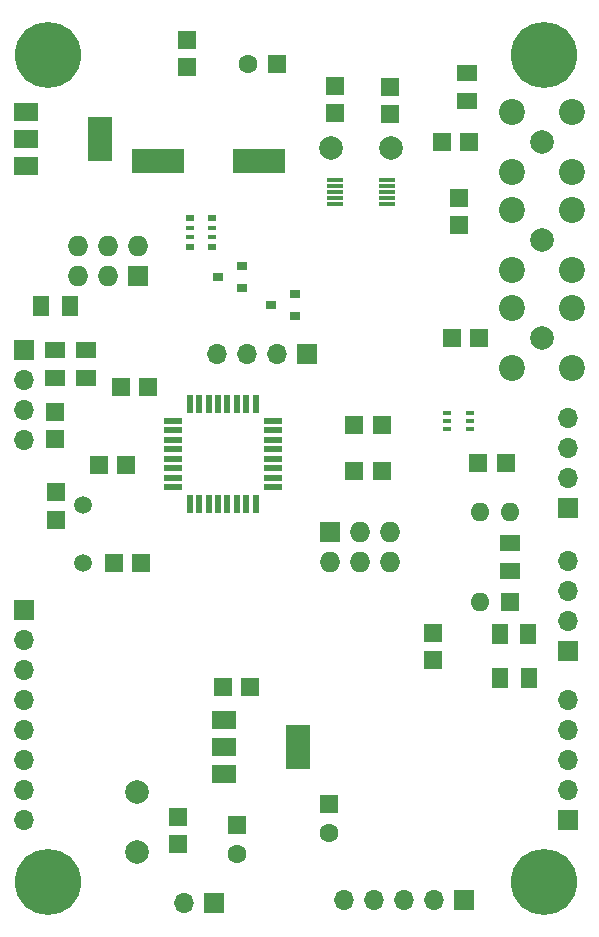
<source format=gts>
G04 #@! TF.FileFunction,Soldermask,Top*
%FSLAX46Y46*%
G04 Gerber Fmt 4.6, Leading zero omitted, Abs format (unit mm)*
G04 Created by KiCad (PCBNEW 4.0.7) date 05/26/22 10:22:03*
%MOMM*%
%LPD*%
G01*
G04 APERTURE LIST*
%ADD10C,0.100000*%
%ADD11R,1.700000X1.700000*%
%ADD12O,1.700000X1.700000*%
%ADD13R,1.600000X1.600000*%
%ADD14O,1.600000X1.600000*%
%ADD15R,1.700000X1.400000*%
%ADD16C,5.600000*%
%ADD17C,1.600000*%
%ADD18C,2.200000*%
%ADD19C,2.000000*%
%ADD20R,0.900000X0.800000*%
%ADD21R,1.400000X1.700000*%
%ADD22R,1.400000X0.300000*%
%ADD23R,2.000000X3.800000*%
%ADD24R,2.000000X1.500000*%
%ADD25R,1.600000X0.550000*%
%ADD26R,0.550000X1.600000*%
%ADD27R,4.500000X2.000000*%
%ADD28C,1.500000*%
%ADD29R,1.727200X1.727200*%
%ADD30O,1.727200X1.727200*%
%ADD31R,0.800000X0.500000*%
%ADD32R,0.800000X0.400000*%
%ADD33R,0.650000X0.400000*%
G04 APERTURE END LIST*
D10*
D11*
X141200000Y-99600000D03*
D12*
X138660000Y-99600000D03*
X136120000Y-99600000D03*
X133580000Y-99600000D03*
X131040000Y-99600000D03*
D13*
X145150000Y-74300000D03*
D14*
X142610000Y-66680000D03*
X142610000Y-74300000D03*
X145150000Y-66680000D03*
D13*
X138600000Y-79250000D03*
X138600000Y-76950000D03*
X106600000Y-60550000D03*
X106600000Y-58250000D03*
X114500000Y-56100000D03*
X112200000Y-56100000D03*
D15*
X145150000Y-71700000D03*
X145150000Y-69300000D03*
D11*
X127900000Y-53300000D03*
D12*
X125360000Y-53300000D03*
X122820000Y-53300000D03*
X120280000Y-53300000D03*
D16*
X106000000Y-98000000D03*
X148000000Y-98000000D03*
X148000000Y-28000000D03*
X106000000Y-28000000D03*
D13*
X130300000Y-30650000D03*
X130300000Y-32950000D03*
X135000000Y-33050000D03*
X135000000Y-30750000D03*
X141650000Y-35400000D03*
X139350000Y-35400000D03*
X140800000Y-42450000D03*
X140800000Y-40150000D03*
X142500000Y-52000000D03*
X140200000Y-52000000D03*
X122050000Y-93200000D03*
D17*
X122050000Y-95700000D03*
D13*
X117050000Y-94850000D03*
X117050000Y-92550000D03*
X129800000Y-91400000D03*
D17*
X129800000Y-93900000D03*
D13*
X125400000Y-28800000D03*
D17*
X122900000Y-28800000D03*
D13*
X123150000Y-81550000D03*
X120850000Y-81550000D03*
X117800000Y-26750000D03*
X117800000Y-29050000D03*
X134250000Y-63200000D03*
X131950000Y-63200000D03*
X110350000Y-62700000D03*
X112650000Y-62700000D03*
X134250000Y-59300000D03*
X131950000Y-59300000D03*
X113900000Y-71000000D03*
X111600000Y-71000000D03*
X106700000Y-65050000D03*
X106700000Y-67350000D03*
D11*
X104000000Y-53000000D03*
D12*
X104000000Y-55540000D03*
X104000000Y-58080000D03*
X104000000Y-60620000D03*
D11*
X150000000Y-78500000D03*
D12*
X150000000Y-75960000D03*
X150000000Y-73420000D03*
X150000000Y-70880000D03*
D18*
X145260000Y-32860000D03*
X145260000Y-37940000D03*
X150340000Y-37940000D03*
X150340000Y-32860000D03*
D19*
X147800000Y-35400000D03*
D18*
X145260000Y-41160000D03*
X145260000Y-46240000D03*
X150340000Y-46240000D03*
X150340000Y-41160000D03*
D19*
X147800000Y-43700000D03*
D18*
X145260000Y-49460000D03*
X145260000Y-54540000D03*
X150340000Y-54540000D03*
X150340000Y-49460000D03*
D19*
X147800000Y-52000000D03*
D11*
X120100000Y-99800000D03*
D12*
X117560000Y-99800000D03*
D20*
X126900000Y-50150000D03*
X126900000Y-48250000D03*
X124900000Y-49200000D03*
X122400000Y-47750000D03*
X122400000Y-45850000D03*
X120400000Y-46800000D03*
D21*
X144300000Y-80750000D03*
X146700000Y-80750000D03*
X105450000Y-49300000D03*
X107850000Y-49300000D03*
D22*
X130300000Y-38600000D03*
X130300000Y-39100000D03*
X130300000Y-39600000D03*
X130300000Y-40100000D03*
X130300000Y-40600000D03*
X134700000Y-40600000D03*
X134700000Y-40100000D03*
X134700000Y-39600000D03*
X134700000Y-39100000D03*
X134700000Y-38600000D03*
D23*
X127200000Y-86600000D03*
D24*
X120900000Y-86600000D03*
X120900000Y-88900000D03*
X120900000Y-84300000D03*
D23*
X110450000Y-35100000D03*
D24*
X104150000Y-35100000D03*
X104150000Y-37400000D03*
X104150000Y-32800000D03*
D25*
X116550000Y-59000000D03*
X116550000Y-59800000D03*
X116550000Y-60600000D03*
X116550000Y-61400000D03*
X116550000Y-62200000D03*
X116550000Y-63000000D03*
X116550000Y-63800000D03*
X116550000Y-64600000D03*
D26*
X118000000Y-66050000D03*
X118800000Y-66050000D03*
X119600000Y-66050000D03*
X120400000Y-66050000D03*
X121200000Y-66050000D03*
X122000000Y-66050000D03*
X122800000Y-66050000D03*
X123600000Y-66050000D03*
D25*
X125050000Y-64600000D03*
X125050000Y-63800000D03*
X125050000Y-63000000D03*
X125050000Y-62200000D03*
X125050000Y-61400000D03*
X125050000Y-60600000D03*
X125050000Y-59800000D03*
X125050000Y-59000000D03*
D26*
X123600000Y-57550000D03*
X122800000Y-57550000D03*
X122000000Y-57550000D03*
X121200000Y-57550000D03*
X120400000Y-57550000D03*
X119600000Y-57550000D03*
X118800000Y-57550000D03*
X118000000Y-57550000D03*
D27*
X115350000Y-37000000D03*
X123850000Y-37000000D03*
D28*
X109000000Y-71000000D03*
X109000000Y-66120000D03*
D29*
X113600000Y-46700000D03*
D30*
X113600000Y-44160000D03*
X111060000Y-46700000D03*
X111060000Y-44160000D03*
X108520000Y-46700000D03*
X108520000Y-44160000D03*
D29*
X129900000Y-68400000D03*
D30*
X129900000Y-70940000D03*
X132440000Y-68400000D03*
X132440000Y-70940000D03*
X134980000Y-68400000D03*
X134980000Y-70940000D03*
D11*
X104000000Y-75000000D03*
D12*
X104000000Y-77540000D03*
X104000000Y-80080000D03*
X104000000Y-82620000D03*
X104000000Y-85160000D03*
X104000000Y-87700000D03*
X104000000Y-90240000D03*
X104000000Y-92780000D03*
D31*
X119850000Y-44250000D03*
D32*
X119850000Y-42650000D03*
X119850000Y-43450000D03*
D31*
X119850000Y-41850000D03*
D32*
X118050000Y-43450000D03*
D31*
X118050000Y-44250000D03*
D32*
X118050000Y-42650000D03*
D31*
X118050000Y-41850000D03*
D15*
X106600000Y-53000000D03*
X106600000Y-55400000D03*
X109200000Y-53000000D03*
X109200000Y-55400000D03*
X141500000Y-31900000D03*
X141500000Y-29500000D03*
D11*
X150000000Y-92800000D03*
D12*
X150000000Y-90260000D03*
X150000000Y-87720000D03*
X150000000Y-85180000D03*
X150000000Y-82640000D03*
D21*
X144250000Y-77000000D03*
X146650000Y-77000000D03*
D13*
X144750000Y-62550000D03*
X142450000Y-62550000D03*
D11*
X150000000Y-66350000D03*
D12*
X150000000Y-63810000D03*
X150000000Y-61270000D03*
X150000000Y-58730000D03*
D33*
X139800000Y-58350000D03*
X139800000Y-59650000D03*
X141700000Y-59000000D03*
X139800000Y-59000000D03*
X141700000Y-59650000D03*
X141700000Y-58350000D03*
D19*
X130000000Y-35900000D03*
X135080000Y-35890000D03*
X113500000Y-90450000D03*
X113510000Y-95530000D03*
M02*

</source>
